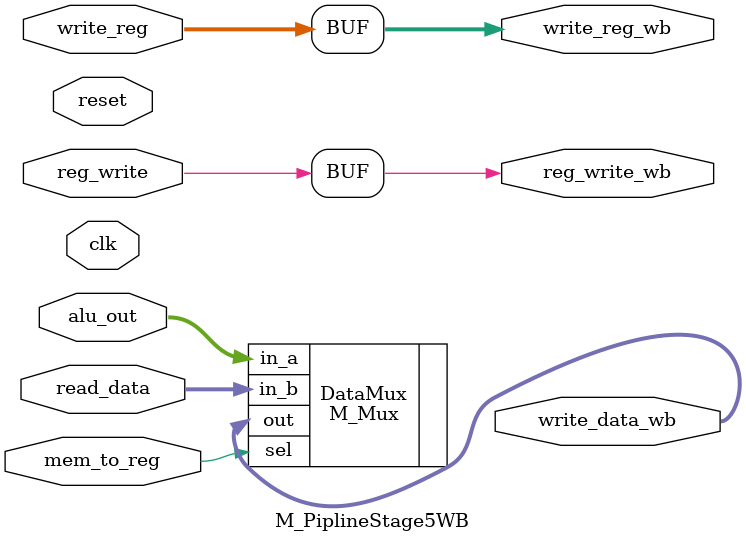
<source format=v>

module M_PiplineStage5WB #(
    parameter N=32,
    N_REG = 256
)(
    // control signals
    input clk,
    input reset,
    // WB stage write data from ALU or Memory
    input mem_to_reg,
    input[N-1:0] read_data,
    input[N-1:0] alu_out,
    output[N-1:0] write_data_wb,
    // WB stage register write 
    input reg_write,
    output reg_write_wb,
    // WB stage write register
    input [$clog2(N_REG)-1:0] write_reg,
    output[$clog2(N_REG)-1:0] write_reg_wb
);

    M_Mux #(.DATA_N(N)) DataMux (
        .in_a(alu_out),
        .in_b(read_data),
        .sel(mem_to_reg),
        .out(write_data_wb)
    );

    assign write_reg_wb = write_reg;
    assign reg_write_wb = reg_write;
    
endmodule
</source>
